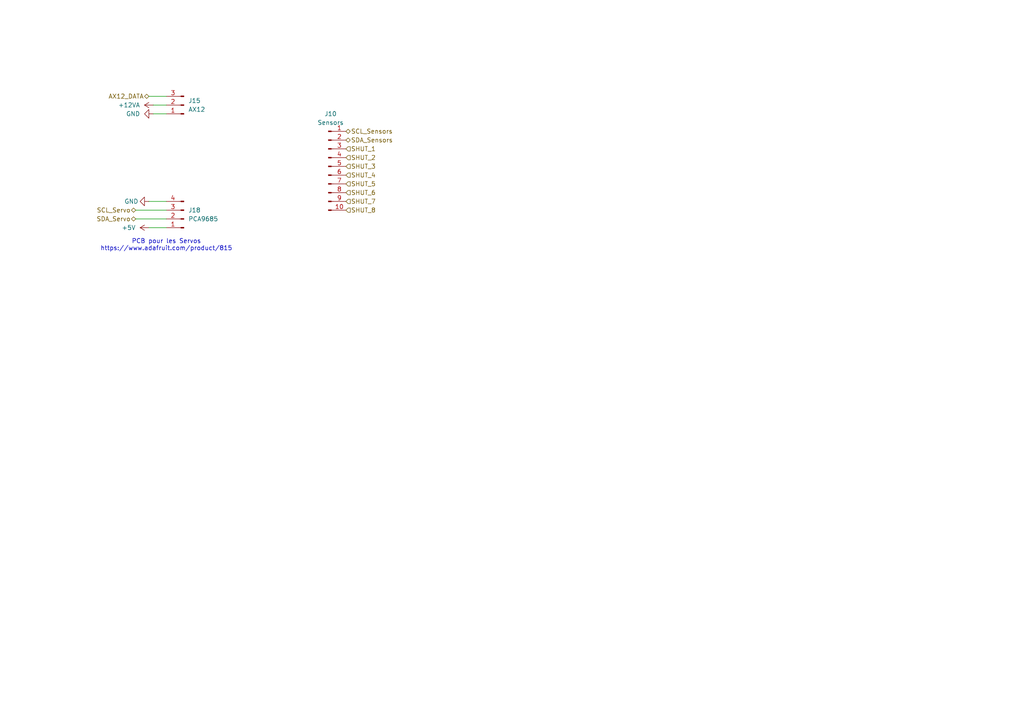
<source format=kicad_sch>
(kicad_sch (version 20231120) (generator "eeschema") (generator_version "8.0")
  (paper "A4")
  (title_block (title "Carte Principale") (date "2024-12-27") (rev "V1") (company "CRINSA - Boris HILKENS") (comment 1 "Carte de contrôle pour le robot"))
  (lib_symbols
    (symbol "Connector:Conn_01x03_Pin" (pin_names (offset 1.016) hide)
      (property "Reference" "J" (at 0 5.08 0))
      (property "Value" "Conn_01x03_Pin" (at 0 -5.08 0))
      (symbol "Conn_01x03_Pin_1_1"
        (polyline (pts (xy 1.27 -2.54) (xy 0.8636 -2.54)) (stroke (width 0.1524)))
        (polyline (pts (xy 1.27 0) (xy 0.8636 0)) (stroke (width 0.1524)))
        (polyline (pts (xy 1.27 2.54) (xy 0.8636 2.54)) (stroke (width 0.1524)))
        (rectangle (start 0.8636 -2.413) (end 0 -2.667) (stroke (width 0.1524)) (fill (type outline)))
        (rectangle (start 0.8636 0.127) (end 0 -0.127) (stroke (width 0.1524)) (fill (type outline)))
        (rectangle (start 0.8636 2.667) (end 0 2.413) (stroke (width 0.1524)) (fill (type outline)))
        (pin passive line (at 5.08 2.54 180) (length 3.81) (name "Pin_1") (number "1"))
        (pin passive line (at 5.08 0 180) (length 3.81) (name "Pin_2") (number "2"))
        (pin passive line (at 5.08 -2.54 180) (length 3.81) (name "Pin_3") (number "3"))
      )
    )
    (symbol "Connector:Conn_01x04_Pin" (pin_names (offset 1.016) hide)
      (property "Reference" "J" (at 0 5.08 0))
      (property "Value" "Conn_01x04_Pin" (at 0 -7.62 0))
      (symbol "Conn_01x04_Pin_1_1"
        (polyline (pts (xy 1.27 -5.08) (xy 0.8636 -5.08)) (stroke (width 0.1524)))
        (polyline (pts (xy 1.27 -2.54) (xy 0.8636 -2.54)) (stroke (width 0.1524)))
        (polyline (pts (xy 1.27 0) (xy 0.8636 0)) (stroke (width 0.1524)))
        (polyline (pts (xy 1.27 2.54) (xy 0.8636 2.54)) (stroke (width 0.1524)))
        (rectangle (start 0.8636 -4.953) (end 0 -5.207) (stroke (width 0.1524)) (fill (type outline)))
        (rectangle (start 0.8636 -2.413) (end 0 -2.667) (stroke (width 0.1524)) (fill (type outline)))
        (rectangle (start 0.8636 0.127) (end 0 -0.127) (stroke (width 0.1524)) (fill (type outline)))
        (rectangle (start 0.8636 2.667) (end 0 2.413) (stroke (width 0.1524)) (fill (type outline)))
        (pin passive line (at 5.08 2.54 180) (length 3.81) (name "Pin_1") (number "1"))
        (pin passive line (at 5.08 0 180) (length 3.81) (name "Pin_2") (number "2"))
        (pin passive line (at 5.08 -2.54 180) (length 3.81) (name "Pin_3") (number "3"))
        (pin passive line (at 5.08 -5.08 180) (length 3.81) (name "Pin_4") (number "4"))
      )
    )
    (symbol "Connector:Conn_01x10_Pin" (pin_names (offset 1.016) hide)
      (property "Reference" "J" (at 0 12.7 0))
      (property "Value" "Conn_01x10_Pin" (at 0 -15.24 0))
      (symbol "Conn_01x10_Pin_1_1"
        (polyline (pts (xy 1.27 -12.7) (xy 0.8636 -12.7)) (stroke (width 0.1524)))
        (polyline (pts (xy 1.27 -10.16) (xy 0.8636 -10.16)) (stroke (width 0.1524)))
        (polyline (pts (xy 1.27 -7.62) (xy 0.8636 -7.62)) (stroke (width 0.1524)))
        (polyline (pts (xy 1.27 -5.08) (xy 0.8636 -5.08)) (stroke (width 0.1524)))
        (polyline (pts (xy 1.27 -2.54) (xy 0.8636 -2.54)) (stroke (width 0.1524)))
        (polyline (pts (xy 1.27 0) (xy 0.8636 0)) (stroke (width 0.1524)))
        (polyline (pts (xy 1.27 2.54) (xy 0.8636 2.54)) (stroke (width 0.1524)))
        (polyline (pts (xy 1.27 5.08) (xy 0.8636 5.08)) (stroke (width 0.1524)))
        (polyline (pts (xy 1.27 7.62) (xy 0.8636 7.62)) (stroke (width 0.1524)))
        (polyline (pts (xy 1.27 10.16) (xy 0.8636 10.16)) (stroke (width 0.1524)))
        (rectangle (start 0.8636 -12.573) (end 0 -12.827) (stroke (width 0.1524)) (fill (type outline)))
        (rectangle (start 0.8636 -10.033) (end 0 -10.287) (stroke (width 0.1524)) (fill (type outline)))
        (rectangle (start 0.8636 -7.493) (end 0 -7.747) (stroke (width 0.1524)) (fill (type outline)))
        (rectangle (start 0.8636 -4.953) (end 0 -5.207) (stroke (width 0.1524)) (fill (type outline)))
        (rectangle (start 0.8636 -2.413) (end 0 -2.667) (stroke (width 0.1524)) (fill (type outline)))
        (rectangle (start 0.8636 0.127) (end 0 -0.127) (stroke (width 0.1524)) (fill (type outline)))
        (rectangle (start 0.8636 2.667) (end 0 2.413) (stroke (width 0.1524)) (fill (type outline)))
        (rectangle (start 0.8636 5.207) (end 0 4.953) (stroke (width 0.1524)) (fill (type outline)))
        (rectangle (start 0.8636 7.747) (end 0 7.493) (stroke (width 0.1524)) (fill (type outline)))
        (rectangle (start 0.8636 10.287) (end 0 10.033) (stroke (width 0.1524)) (fill (type outline)))
        (pin passive line (at 5.08 10.16 180) (length 3.81) (name "Pin_1") (number "1"))
        (pin passive line (at 5.08 -12.7 180) (length 3.81) (name "Pin_10") (number "10"))
        (pin passive line (at 5.08 7.62 180) (length 3.81) (name "Pin_2") (number "2"))
        (pin passive line (at 5.08 5.08 180) (length 3.81) (name "Pin_3") (number "3"))
        (pin passive line (at 5.08 2.54 180) (length 3.81) (name "Pin_4") (number "4"))
        (pin passive line (at 5.08 0 180) (length 3.81) (name "Pin_5") (number "5"))
        (pin passive line (at 5.08 -2.54 180) (length 3.81) (name "Pin_6") (number "6"))
        (pin passive line (at 5.08 -5.08 180) (length 3.81) (name "Pin_7") (number "7"))
        (pin passive line (at 5.08 -7.62 180) (length 3.81) (name "Pin_8") (number "8"))
        (pin passive line (at 5.08 -10.16 180) (length 3.81) (name "Pin_9") (number "9"))
      )
    )
    (symbol "power:+12VA" (power) (pin_numbers hide) (pin_names (offset 0) hide)
      (property "Value" "+12VA" (at 0 3.556 0))
      (symbol "+12VA_0_1"
        (polyline (pts (xy -0.762 1.27) (xy 0 2.54)))
        (polyline (pts (xy 0 0) (xy 0 2.54)))
        (polyline (pts (xy 0 2.54) (xy 0.762 1.27)))
      )
      (symbol "+12VA_1_1"
        (pin power_in line (at 0 0 90) (length 0) (name "~") (number "1"))
      )
    )
    (symbol "power:+5V" (power) (pin_numbers hide) (pin_names (offset 0) hide)
      (property "Value" "+5V" (at 0 3.556 0))
      (symbol "+5V_0_1"
        (polyline (pts (xy -0.762 1.27) (xy 0 2.54)))
        (polyline (pts (xy 0 0) (xy 0 2.54)))
        (polyline (pts (xy 0 2.54) (xy 0.762 1.27)))
      )
      (symbol "+5V_1_1"
        (pin power_in line (at 0 0 90) (length 0) (name "~") (number "1"))
      )
    )
    (symbol "power:GND" (power) (pin_numbers hide) (pin_names (offset 0) hide)
      (property "Value" "GND" (at 0 -3.81 0))
      (symbol "GND_0_1"
        (polyline (pts (xy 0 0) (xy 0 -1.27) (xy 1.27 -1.27) (xy 0 -2.54) (xy -1.27 -1.27) (xy 0 -1.27)))
      )
      (symbol "GND_1_1"
        (pin power_in line (at 0 0 270) (length 0) (name "~") (number "1"))
      )
    )
  )
  (wire (pts (xy 44.45 30.48) (xy 48.26 30.48)))
  (wire (pts (xy 43.18 27.94) (xy 48.26 27.94)))
  (wire (pts (xy 43.18 58.42) (xy 48.26 58.42)))
  (wire (pts (xy 39.37 63.5) (xy 48.26 63.5)))
  (wire (pts (xy 43.18 66.04) (xy 48.26 66.04)))
  (wire (pts (xy 39.37 60.96) (xy 48.26 60.96)))
  (wire (pts (xy 44.45 33.02) (xy 48.26 33.02)))
  (text "PCB pour les Servos\nhttps://www.adafruit.com/product/815" (at 48.26 71.12 0) (effects (font (size 1.27 1.27))))
  (hierarchical_label "SDA_Sensors" (shape bidirectional) (at 100.33 40.64 0))
  (hierarchical_label "SCL_Sensors" (shape bidirectional) (at 100.33 38.1 0))
  (hierarchical_label "SHUT_4" (shape input) (at 100.33 50.8 0))
  (hierarchical_label "SHUT_1" (shape input) (at 100.33 43.18 0))
  (hierarchical_label "AX12_DATA" (shape bidirectional) (at 43.18 27.94 180))
  (hierarchical_label "SHUT_5" (shape input) (at 100.33 53.34 0))
  (hierarchical_label "SHUT_7" (shape input) (at 100.33 58.42 0))
  (hierarchical_label "SDA_Servo" (shape bidirectional) (at 39.37 63.5 180))
  (hierarchical_label "SCL_Servo" (shape bidirectional) (at 39.37 60.96 180))
  (hierarchical_label "SHUT_2" (shape input) (at 100.33 45.72 0))
  (hierarchical_label "SHUT_8" (shape input) (at 100.33 60.96 0))
  (hierarchical_label "SHUT_6" (shape input) (at 100.33 55.88 0))
  (hierarchical_label "SHUT_3" (shape input) (at 100.33 48.26 0))
  (symbol (lib_id "power:+12VA") (at 44.45 30.48 90) (unit 1)
    (property "Reference" "#PWR042" (effects (hide yes)))
    (property "Value" "+12VA" (at 40.64 30.4799 90) (effects (justify left)))
    (property "Description" "Power symbol creates a global label with name \"+12VA\"" (effects (hide yes)))
  )
  (symbol (lib_id "Connector:Conn_01x10_Pin") (at 95.25 48.26 0) (unit 1)
    (property "Reference" "J10" (at 95.885 33.02 0))
    (property "Value" "Sensors" (at 95.885 35.56 0))
    (property "Footprint" "Connector_JST:JST_XH_B10B-XH-A_1x10_P2.50mm_Vertical" (effects (hide yes)))
    (property "Description" "Generic connector, single row, 01x10, script generated" (effects (hide yes)))
  )
  (symbol (lib_id "power:+5V") (at 43.18 66.04 90) (unit 1)
    (property "Reference" "#PWR044" (effects (hide yes)))
    (property "Value" "+5V" (at 39.37 66.0399 90) (effects (justify left)))
    (property "Description" "Power symbol creates a global label with name \"+5V\"" (effects (hide yes)))
  )
  (symbol (lib_id "power:GND") (at 43.18 58.42 270) (unit 1)
    (property "Reference" "#PWR012" (effects (hide yes)))
    (property "Value" "GND" (at 38.1 58.42 90))
    (property "Description" "Power symbol creates a global label with name \"GND\" , ground" (effects (hide yes)))
  )
  (symbol (lib_id "power:GND") (at 44.45 33.02 270) (unit 1)
    (property "Reference" "#PWR043" (effects (hide yes)))
    (property "Value" "GND" (at 40.64 33.0199 90) (effects (justify right)))
    (property "Description" "Power symbol creates a global label with name \"GND\" , ground" (effects (hide yes)))
  )
  (symbol (lib_id "Connector:Conn_01x04_Pin") (at 53.34 63.5 180) (unit 1)
    (property "Reference" "J18" (at 54.61 60.9599 0) (effects (justify right)))
    (property "Value" "PCA9685" (at 54.61 63.4999 0) (effects (justify right)))
    (property "Footprint" "Connector_JST:JST_XH_B4B-XH-A_1x04_P2.50mm_Vertical" (effects (hide yes)))
    (property "Description" "Generic connector, single row, 01x04, script generated" (effects (hide yes)))
  )
  (symbol (lib_id "Connector:Conn_01x03_Pin") (at 53.34 30.48 180) (unit 1)
    (property "Reference" "J15" (at 54.61 29.2099 0) (effects (justify right)))
    (property "Value" "AX12" (at 54.61 31.7499 0) (effects (justify right)))
    (property "Footprint" "Connector_JST:JST_XH_B3B-XH-A_1x03_P2.50mm_Vertical" (effects (hide yes)))
    (property "Description" "Generic connector, single row, 01x03, script generated" (effects (hide yes)))
  )
)
</source>
